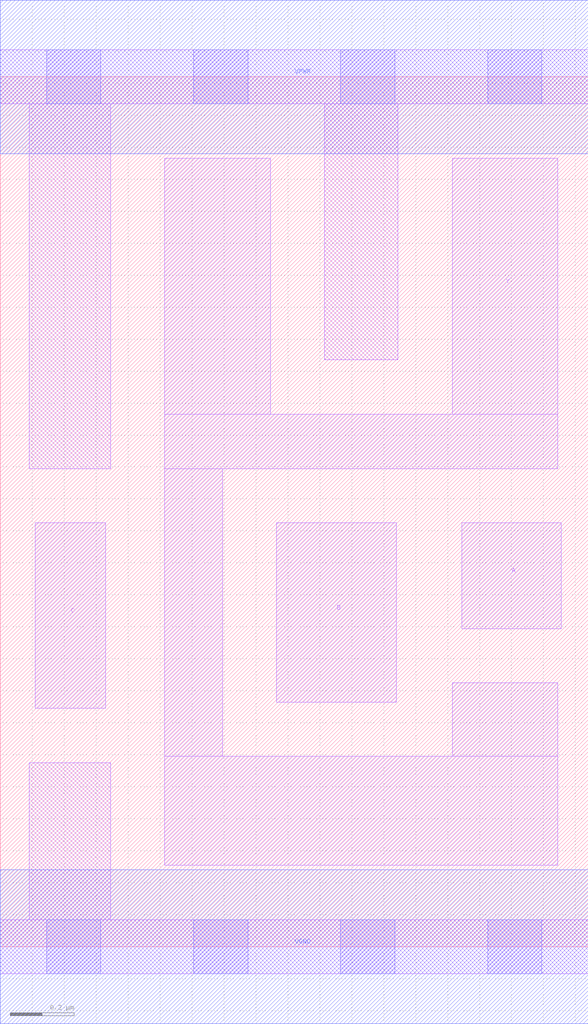
<source format=lef>
# Copyright 2020 The SkyWater PDK Authors
#
# Licensed under the Apache License, Version 2.0 (the "License");
# you may not use this file except in compliance with the License.
# You may obtain a copy of the License at
#
#     https://www.apache.org/licenses/LICENSE-2.0
#
# Unless required by applicable law or agreed to in writing, software
# distributed under the License is distributed on an "AS IS" BASIS,
# WITHOUT WARRANTIES OR CONDITIONS OF ANY KIND, either express or implied.
# See the License for the specific language governing permissions and
# limitations under the License.
#
# SPDX-License-Identifier: Apache-2.0

VERSION 5.7 ;
  NAMESCASESENSITIVE ON ;
  NOWIREEXTENSIONATPIN ON ;
  DIVIDERCHAR "/" ;
  BUSBITCHARS "[]" ;
UNITS
  DATABASE MICRONS 200 ;
END UNITS
MACRO sky130_fd_sc_hd__nand3_1
  CLASS CORE ;
  FOREIGN sky130_fd_sc_hd__nand3_1 ;
  ORIGIN  0.000000  0.000000 ;
  SIZE  1.840000 BY  2.720000 ;
  SYMMETRY X Y R90 ;
  SITE unithd ;
  PIN A
    ANTENNAGATEAREA  0.247500 ;
    DIRECTION INPUT ;
    USE SIGNAL ;
    PORT
      LAYER li1 ;
        RECT 1.445000 0.995000 1.755000 1.325000 ;
    END
  END A
  PIN B
    ANTENNAGATEAREA  0.247500 ;
    DIRECTION INPUT ;
    USE SIGNAL ;
    PORT
      LAYER li1 ;
        RECT 0.865000 0.765000 1.240000 1.325000 ;
    END
  END B
  PIN C
    ANTENNAGATEAREA  0.247500 ;
    DIRECTION INPUT ;
    USE SIGNAL ;
    PORT
      LAYER li1 ;
        RECT 0.110000 0.745000 0.330000 1.325000 ;
    END
  END C
  PIN Y
    ANTENNADIFFAREA  0.699000 ;
    DIRECTION OUTPUT ;
    USE SIGNAL ;
    PORT
      LAYER li1 ;
        RECT 0.515000 0.255000 1.745000 0.595000 ;
        RECT 0.515000 0.595000 0.695000 1.495000 ;
        RECT 0.515000 1.495000 1.745000 1.665000 ;
        RECT 0.515000 1.665000 0.845000 2.465000 ;
        RECT 1.415000 0.595000 1.745000 0.825000 ;
        RECT 1.415000 1.665000 1.745000 2.465000 ;
    END
  END Y
  PIN VGND
    DIRECTION INOUT ;
    SHAPE ABUTMENT ;
    USE GROUND ;
    PORT
      LAYER met1 ;
        RECT 0.000000 -0.240000 1.840000 0.240000 ;
    END
  END VGND
  PIN VPWR
    DIRECTION INOUT ;
    SHAPE ABUTMENT ;
    USE POWER ;
    PORT
      LAYER met1 ;
        RECT 0.000000 2.480000 1.840000 2.960000 ;
    END
  END VPWR
  OBS
    LAYER li1 ;
      RECT 0.000000 -0.085000 1.840000 0.085000 ;
      RECT 0.000000  2.635000 1.840000 2.805000 ;
      RECT 0.090000  0.085000 0.345000 0.575000 ;
      RECT 0.090000  1.495000 0.345000 2.635000 ;
      RECT 1.015000  1.835000 1.245000 2.635000 ;
    LAYER mcon ;
      RECT 0.145000 -0.085000 0.315000 0.085000 ;
      RECT 0.145000  2.635000 0.315000 2.805000 ;
      RECT 0.605000 -0.085000 0.775000 0.085000 ;
      RECT 0.605000  2.635000 0.775000 2.805000 ;
      RECT 1.065000 -0.085000 1.235000 0.085000 ;
      RECT 1.065000  2.635000 1.235000 2.805000 ;
      RECT 1.525000 -0.085000 1.695000 0.085000 ;
      RECT 1.525000  2.635000 1.695000 2.805000 ;
  END
END sky130_fd_sc_hd__nand3_1
END LIBRARY

</source>
